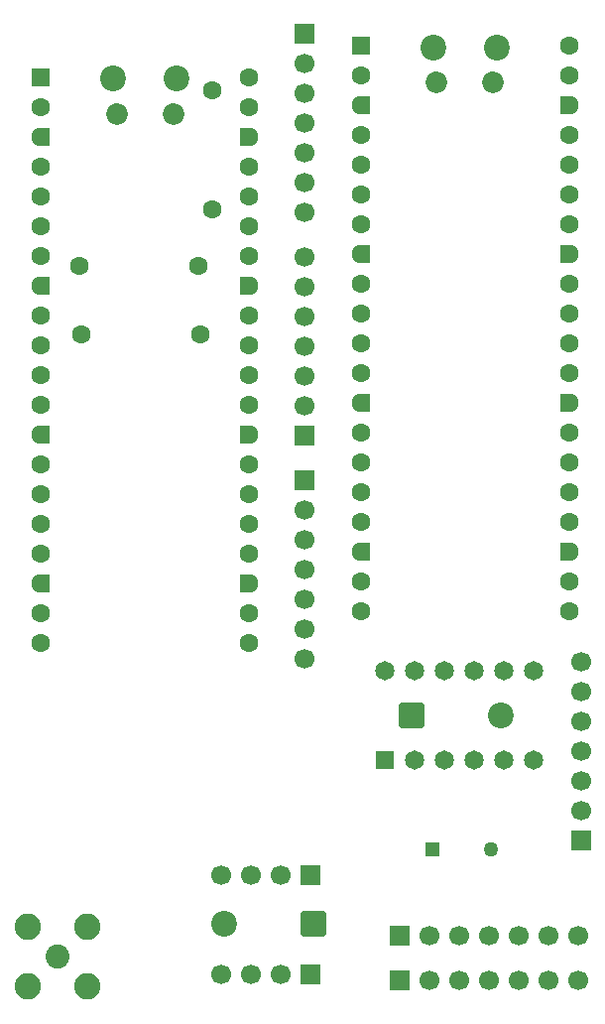
<source format=gbr>
%TF.GenerationSoftware,KiCad,Pcbnew,9.0.2*%
%TF.CreationDate,2025-11-02T21:22:01+09:00*%
%TF.ProjectId,kicad2026_2,6b696361-6432-4303-9236-5f322e6b6963,rev?*%
%TF.SameCoordinates,Original*%
%TF.FileFunction,Soldermask,Bot*%
%TF.FilePolarity,Negative*%
%FSLAX46Y46*%
G04 Gerber Fmt 4.6, Leading zero omitted, Abs format (unit mm)*
G04 Created by KiCad (PCBNEW 9.0.2) date 2025-11-02 21:22:01*
%MOMM*%
%LPD*%
G01*
G04 APERTURE LIST*
G04 Aperture macros list*
%AMRoundRect*
0 Rectangle with rounded corners*
0 $1 Rounding radius*
0 $2 $3 $4 $5 $6 $7 $8 $9 X,Y pos of 4 corners*
0 Add a 4 corners polygon primitive as box body*
4,1,4,$2,$3,$4,$5,$6,$7,$8,$9,$2,$3,0*
0 Add four circle primitives for the rounded corners*
1,1,$1+$1,$2,$3*
1,1,$1+$1,$4,$5*
1,1,$1+$1,$6,$7*
1,1,$1+$1,$8,$9*
0 Add four rect primitives between the rounded corners*
20,1,$1+$1,$2,$3,$4,$5,0*
20,1,$1+$1,$4,$5,$6,$7,0*
20,1,$1+$1,$6,$7,$8,$9,0*
20,1,$1+$1,$8,$9,$2,$3,0*%
%AMFreePoly0*
4,1,37,0.603843,0.796157,0.639018,0.796157,0.711114,0.766294,0.766294,0.711114,0.796157,0.639018,0.796157,0.603843,0.800000,0.600000,0.800000,-0.600000,0.796157,-0.603843,0.796157,-0.639018,0.766294,-0.711114,0.711114,-0.766294,0.639018,-0.796157,0.603843,-0.796157,0.600000,-0.800000,0.000000,-0.800000,0.000000,-0.796148,-0.078414,-0.796148,-0.232228,-0.765552,-0.377117,-0.705537,
-0.507515,-0.618408,-0.618408,-0.507515,-0.705537,-0.377117,-0.765552,-0.232228,-0.796148,-0.078414,-0.796148,0.078414,-0.765552,0.232228,-0.705537,0.377117,-0.618408,0.507515,-0.507515,0.618408,-0.377117,0.705537,-0.232228,0.765552,-0.078414,0.796148,0.000000,0.796148,0.000000,0.800000,0.600000,0.800000,0.603843,0.796157,0.603843,0.796157,$1*%
%AMFreePoly1*
4,1,37,0.000000,0.796148,0.078414,0.796148,0.232228,0.765552,0.377117,0.705537,0.507515,0.618408,0.618408,0.507515,0.705537,0.377117,0.765552,0.232228,0.796148,0.078414,0.796148,-0.078414,0.765552,-0.232228,0.705537,-0.377117,0.618408,-0.507515,0.507515,-0.618408,0.377117,-0.705537,0.232228,-0.765552,0.078414,-0.796148,0.000000,-0.796148,0.000000,-0.800000,-0.600000,-0.800000,
-0.603843,-0.796157,-0.639018,-0.796157,-0.711114,-0.766294,-0.766294,-0.711114,-0.796157,-0.639018,-0.796157,-0.603843,-0.800000,-0.600000,-0.800000,0.600000,-0.796157,0.603843,-0.796157,0.639018,-0.766294,0.711114,-0.711114,0.766294,-0.639018,0.796157,-0.603843,0.796157,-0.600000,0.800000,0.000000,0.800000,0.000000,0.796148,0.000000,0.796148,$1*%
G04 Aperture macros list end*
%ADD10R,1.700000X1.700000*%
%ADD11C,1.700000*%
%ADD12R,1.650000X1.650000*%
%ADD13C,1.650000*%
%ADD14RoundRect,0.249999X0.850001X0.850001X-0.850001X0.850001X-0.850001X-0.850001X0.850001X-0.850001X0*%
%ADD15C,2.200000*%
%ADD16C,1.850000*%
%ADD17RoundRect,0.200000X-0.600000X-0.600000X0.600000X-0.600000X0.600000X0.600000X-0.600000X0.600000X0*%
%ADD18C,1.600000*%
%ADD19FreePoly0,0.000000*%
%ADD20FreePoly1,0.000000*%
%ADD21RoundRect,0.249999X-0.850001X-0.850001X0.850001X-0.850001X0.850001X0.850001X-0.850001X0.850001X0*%
%ADD22R,1.275000X1.275000*%
%ADD23C,1.275000*%
%ADD24C,2.050000*%
%ADD25C,2.250000*%
G04 APERTURE END LIST*
D10*
%TO.C,J5*%
X138938000Y-159258000D03*
D11*
X141478000Y-159258000D03*
X144018000Y-159258000D03*
X146558000Y-159258000D03*
X149098000Y-159258000D03*
X151638000Y-159258000D03*
X154178000Y-159258000D03*
%TD*%
D12*
%TO.C,IC1*%
X137668000Y-140462000D03*
D13*
X140208000Y-140462000D03*
X142748000Y-140462000D03*
X145288000Y-140462000D03*
X147828000Y-140462000D03*
X150368000Y-140462000D03*
X150368000Y-132842000D03*
X147828000Y-132842000D03*
X145288000Y-132842000D03*
X142748000Y-132842000D03*
X140208000Y-132842000D03*
X137668000Y-132842000D03*
%TD*%
D10*
%TO.C,J1*%
X138938000Y-155448000D03*
D11*
X141478000Y-155448000D03*
X144018000Y-155448000D03*
X146558000Y-155448000D03*
X149098000Y-155448000D03*
X151638000Y-155448000D03*
X154178000Y-155448000D03*
%TD*%
D10*
%TO.C,J3*%
X130810000Y-116586000D03*
D11*
X130810000Y-119126000D03*
X130810000Y-121666000D03*
X130810000Y-124206000D03*
X130810000Y-126746000D03*
X130810000Y-129286000D03*
X130810000Y-131826000D03*
%TD*%
D14*
%TO.C,D1*%
X131572000Y-154432000D03*
D15*
X123952000Y-154432000D03*
%TD*%
D10*
%TO.C,J16*%
X130810000Y-78486000D03*
D11*
X130810000Y-81026000D03*
X130810000Y-83566000D03*
X130810000Y-86106000D03*
X130810000Y-88646000D03*
X130810000Y-91186000D03*
X130810000Y-93726000D03*
%TD*%
D15*
%TO.C,A1*%
X141801000Y-79632000D03*
D16*
X142101000Y-82662000D03*
X146951000Y-82662000D03*
D15*
X147251000Y-79632000D03*
D17*
X135636000Y-79502000D03*
D18*
X135636000Y-82042000D03*
D19*
X135636000Y-84582000D03*
D18*
X135636000Y-87122000D03*
X135636000Y-89662000D03*
X135636000Y-92202000D03*
X135636000Y-94742000D03*
D19*
X135636000Y-97282000D03*
D18*
X135636000Y-99822000D03*
X135636000Y-102362000D03*
X135636000Y-104902000D03*
X135636000Y-107442000D03*
D19*
X135636000Y-109982000D03*
D18*
X135636000Y-112522000D03*
X135636000Y-115062000D03*
X135636000Y-117602000D03*
X135636000Y-120142000D03*
D19*
X135636000Y-122682000D03*
D18*
X135636000Y-125222000D03*
X135636000Y-127762000D03*
X153416000Y-127762000D03*
X153416000Y-125222000D03*
D20*
X153416000Y-122682000D03*
D18*
X153416000Y-120142000D03*
X153416000Y-117602000D03*
X153416000Y-115062000D03*
X153416000Y-112522000D03*
D20*
X153416000Y-109982000D03*
D18*
X153416000Y-107442000D03*
X153416000Y-104902000D03*
X153416000Y-102362000D03*
X153416000Y-99822000D03*
D20*
X153416000Y-97282000D03*
D18*
X153416000Y-94742000D03*
X153416000Y-92202000D03*
X153416000Y-89662000D03*
X153416000Y-87122000D03*
D20*
X153416000Y-84582000D03*
D18*
X153416000Y-82042000D03*
X153416000Y-79502000D03*
%TD*%
D10*
%TO.C,J10*%
X154432000Y-147320000D03*
D11*
X154432000Y-144780000D03*
X154432000Y-142240000D03*
X154432000Y-139700000D03*
X154432000Y-137160000D03*
X154432000Y-134620000D03*
X154432000Y-132080000D03*
%TD*%
D15*
%TO.C,A3*%
X114484000Y-82314000D03*
D16*
X114784000Y-85344000D03*
X119634000Y-85344000D03*
D15*
X119934000Y-82314000D03*
D17*
X108319000Y-82184000D03*
D18*
X108319000Y-84724000D03*
D19*
X108319000Y-87264000D03*
D18*
X108319000Y-89804000D03*
X108319000Y-92344000D03*
X108319000Y-94884000D03*
X108319000Y-97424000D03*
D19*
X108319000Y-99964000D03*
D18*
X108319000Y-102504000D03*
X108319000Y-105044000D03*
X108319000Y-107584000D03*
X108319000Y-110124000D03*
D19*
X108319000Y-112664000D03*
D18*
X108319000Y-115204000D03*
X108319000Y-117744000D03*
X108319000Y-120284000D03*
X108319000Y-122824000D03*
D19*
X108319000Y-125364000D03*
D18*
X108319000Y-127904000D03*
X108319000Y-130444000D03*
X126099000Y-130444000D03*
X126099000Y-127904000D03*
D20*
X126099000Y-125364000D03*
D18*
X126099000Y-122824000D03*
X126099000Y-120284000D03*
X126099000Y-117744000D03*
X126099000Y-115204000D03*
D20*
X126099000Y-112664000D03*
D18*
X126099000Y-110124000D03*
X126099000Y-107584000D03*
X126099000Y-105044000D03*
X126099000Y-102504000D03*
D20*
X126099000Y-99964000D03*
D18*
X126099000Y-97424000D03*
X126099000Y-94884000D03*
X126099000Y-92344000D03*
X126099000Y-89804000D03*
D20*
X126099000Y-87264000D03*
D18*
X126099000Y-84724000D03*
X126099000Y-82184000D03*
%TD*%
D10*
%TO.C,J2*%
X130785000Y-112776000D03*
D11*
X130785000Y-110236000D03*
X130785000Y-107696000D03*
X130785000Y-105156000D03*
X130785000Y-102616000D03*
X130785000Y-100076000D03*
X130785000Y-97536000D03*
%TD*%
D18*
%TO.C,R7*%
X121766019Y-98298000D03*
X111606019Y-98298000D03*
%TD*%
D10*
%TO.C,J11*%
X131298000Y-150245000D03*
D11*
X128758000Y-150245000D03*
X126218000Y-150245000D03*
X123678000Y-150245000D03*
%TD*%
D10*
%TO.C,J7*%
X131308000Y-158775000D03*
D11*
X128768000Y-158775000D03*
X126228000Y-158775000D03*
X123688000Y-158775000D03*
%TD*%
D18*
%TO.C,R6*%
X122936000Y-93472000D03*
X122936000Y-83312000D03*
%TD*%
D21*
%TO.C,D2*%
X139954000Y-136652000D03*
D15*
X147574000Y-136652000D03*
%TD*%
D18*
%TO.C,R8*%
X111760000Y-104140000D03*
X121920000Y-104140000D03*
%TD*%
D22*
%TO.C,C5*%
X141772000Y-148082000D03*
D23*
X146772000Y-148082000D03*
%TD*%
D24*
%TO.C,J4*%
X109728000Y-157226000D03*
D25*
X107188000Y-154686000D03*
X107188000Y-159766000D03*
X112268000Y-154686000D03*
X112268000Y-159766000D03*
%TD*%
M02*

</source>
